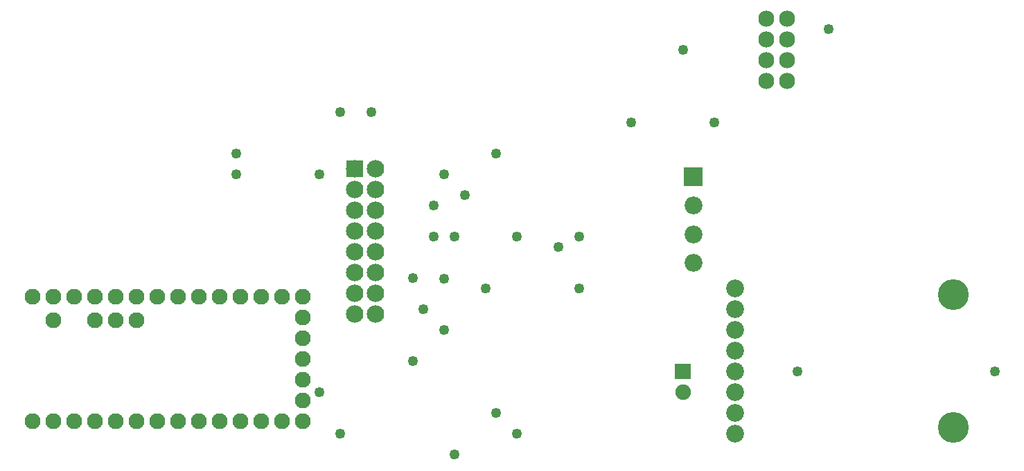
<source format=gbs>
G04 MADE WITH FRITZING*
G04 WWW.FRITZING.ORG*
G04 DOUBLE SIDED*
G04 HOLES PLATED*
G04 CONTOUR ON CENTER OF CONTOUR VECTOR*
%ASAXBY*%
%FSLAX23Y23*%
%MOIN*%
%OFA0B0*%
%SFA1.0B1.0*%
%ADD10C,0.075000*%
%ADD11C,0.049370*%
%ADD12C,0.086139*%
%ADD13C,0.077278*%
%ADD14C,0.084000*%
%ADD15C,0.148425*%
%ADD16C,0.086000*%
%ADD17C,0.076889*%
%ADD18R,0.084000X0.084000*%
%ADD19R,0.001000X0.001000*%
%LNMASK0*%
G90*
G70*
G54D10*
X3190Y1059D03*
X3190Y959D03*
G54D11*
X4690Y1059D03*
X1540Y759D03*
X1890Y1109D03*
X1940Y1359D03*
X2090Y1709D03*
X1990Y1859D03*
X2140Y1909D03*
X2290Y2109D03*
G54D12*
X3240Y1997D03*
X3240Y1859D03*
X3240Y1721D03*
X3240Y1583D03*
G54D11*
X1990Y1709D03*
X2940Y2259D03*
X2690Y1709D03*
X2690Y1459D03*
X3890Y2709D03*
X3190Y2609D03*
X3740Y1059D03*
X1440Y959D03*
X1890Y1509D03*
X2040Y1259D03*
X2240Y1459D03*
X1540Y2309D03*
X2290Y859D03*
X2390Y759D03*
X2390Y1709D03*
X2041Y1508D03*
X1040Y2009D03*
X2590Y1659D03*
X1040Y2109D03*
X2040Y2009D03*
X1690Y2309D03*
X1440Y2009D03*
X3340Y2259D03*
X2090Y659D03*
G54D13*
X3690Y2459D03*
X3690Y2559D03*
X3690Y2659D03*
X3690Y2759D03*
X3590Y2459D03*
X3590Y2559D03*
X3590Y2659D03*
X3590Y2759D03*
X3690Y2459D03*
X3690Y2559D03*
X3690Y2659D03*
X3690Y2759D03*
X3590Y2459D03*
X3590Y2559D03*
X3590Y2659D03*
X3590Y2759D03*
G54D14*
X1709Y2036D03*
X1709Y1936D03*
X1709Y1836D03*
X1709Y1736D03*
X1709Y1636D03*
X1709Y1536D03*
X1709Y1436D03*
X1709Y1336D03*
X1609Y2036D03*
X1609Y1936D03*
X1609Y1836D03*
X1609Y1736D03*
X1609Y1636D03*
X1609Y1536D03*
X1609Y1436D03*
X1609Y1336D03*
G54D15*
X4490Y1429D03*
X4490Y789D03*
G54D16*
X3440Y759D03*
X3440Y859D03*
X3440Y959D03*
X3440Y1059D03*
X3440Y1159D03*
X3440Y1259D03*
X3440Y1359D03*
X3440Y1459D03*
G54D17*
X1359Y1421D03*
X1259Y1421D03*
X1159Y1421D03*
X1059Y1421D03*
X959Y1421D03*
X859Y1421D03*
X759Y1421D03*
X659Y1421D03*
X559Y1421D03*
X459Y1421D03*
X359Y1421D03*
X259Y1421D03*
X159Y1421D03*
X59Y1421D03*
X159Y1307D03*
X459Y1307D03*
X359Y1307D03*
X1359Y821D03*
X1259Y821D03*
X1159Y821D03*
X1059Y821D03*
X959Y821D03*
X859Y821D03*
X759Y821D03*
X659Y821D03*
X559Y821D03*
X459Y821D03*
X359Y821D03*
X259Y821D03*
X159Y821D03*
X59Y821D03*
X559Y1307D03*
X1359Y1021D03*
X1359Y921D03*
X1359Y1121D03*
X1359Y1321D03*
X1359Y1221D03*
G54D18*
X1609Y2036D03*
G54D19*
X3195Y2042D02*
X3284Y2042D01*
X3195Y2041D02*
X3284Y2041D01*
X3195Y2040D02*
X3284Y2040D01*
X3195Y2039D02*
X3284Y2039D01*
X3195Y2038D02*
X3284Y2038D01*
X3195Y2037D02*
X3284Y2037D01*
X3195Y2036D02*
X3284Y2036D01*
X3195Y2035D02*
X3284Y2035D01*
X3195Y2034D02*
X3284Y2034D01*
X3195Y2033D02*
X3284Y2033D01*
X3195Y2032D02*
X3284Y2032D01*
X3195Y2031D02*
X3284Y2031D01*
X3195Y2030D02*
X3284Y2030D01*
X3195Y2029D02*
X3284Y2029D01*
X3195Y2028D02*
X3284Y2028D01*
X3195Y2027D02*
X3284Y2027D01*
X3195Y2026D02*
X3284Y2026D01*
X3195Y2025D02*
X3284Y2025D01*
X3195Y2024D02*
X3284Y2024D01*
X3195Y2023D02*
X3284Y2023D01*
X3195Y2022D02*
X3284Y2022D01*
X3195Y2021D02*
X3284Y2021D01*
X3195Y2020D02*
X3284Y2020D01*
X3195Y2019D02*
X3284Y2019D01*
X3195Y2018D02*
X3284Y2018D01*
X3195Y2017D02*
X3284Y2017D01*
X3195Y2016D02*
X3234Y2016D01*
X3244Y2016D02*
X3284Y2016D01*
X3195Y2015D02*
X3231Y2015D01*
X3247Y2015D02*
X3284Y2015D01*
X3195Y2014D02*
X3229Y2014D01*
X3249Y2014D02*
X3284Y2014D01*
X3195Y2013D02*
X3228Y2013D01*
X3251Y2013D02*
X3284Y2013D01*
X3195Y2012D02*
X3227Y2012D01*
X3252Y2012D02*
X3284Y2012D01*
X3195Y2011D02*
X3226Y2011D01*
X3253Y2011D02*
X3284Y2011D01*
X3195Y2010D02*
X3225Y2010D01*
X3254Y2010D02*
X3284Y2010D01*
X3195Y2009D02*
X3224Y2009D01*
X3255Y2009D02*
X3284Y2009D01*
X3195Y2008D02*
X3223Y2008D01*
X3255Y2008D02*
X3284Y2008D01*
X3195Y2007D02*
X3223Y2007D01*
X3256Y2007D02*
X3284Y2007D01*
X3195Y2006D02*
X3222Y2006D01*
X3256Y2006D02*
X3284Y2006D01*
X3195Y2005D02*
X3221Y2005D01*
X3257Y2005D02*
X3284Y2005D01*
X3195Y2004D02*
X3221Y2004D01*
X3257Y2004D02*
X3284Y2004D01*
X3195Y2003D02*
X3221Y2003D01*
X3258Y2003D02*
X3284Y2003D01*
X3195Y2002D02*
X3221Y2002D01*
X3258Y2002D02*
X3284Y2002D01*
X3195Y2001D02*
X3220Y2001D01*
X3258Y2001D02*
X3284Y2001D01*
X3195Y2000D02*
X3220Y2000D01*
X3258Y2000D02*
X3284Y2000D01*
X3195Y1999D02*
X3220Y1999D01*
X3258Y1999D02*
X3284Y1999D01*
X3195Y1998D02*
X3220Y1998D01*
X3258Y1998D02*
X3284Y1998D01*
X3195Y1997D02*
X3220Y1997D01*
X3258Y1997D02*
X3284Y1997D01*
X3195Y1996D02*
X3220Y1996D01*
X3258Y1996D02*
X3284Y1996D01*
X3195Y1995D02*
X3220Y1995D01*
X3258Y1995D02*
X3284Y1995D01*
X3195Y1994D02*
X3220Y1994D01*
X3258Y1994D02*
X3284Y1994D01*
X3195Y1993D02*
X3221Y1993D01*
X3258Y1993D02*
X3284Y1993D01*
X3195Y1992D02*
X3221Y1992D01*
X3257Y1992D02*
X3284Y1992D01*
X3195Y1991D02*
X3221Y1991D01*
X3257Y1991D02*
X3284Y1991D01*
X3195Y1990D02*
X3222Y1990D01*
X3257Y1990D02*
X3284Y1990D01*
X3195Y1989D02*
X3222Y1989D01*
X3256Y1989D02*
X3284Y1989D01*
X3195Y1988D02*
X3223Y1988D01*
X3256Y1988D02*
X3284Y1988D01*
X3195Y1987D02*
X3224Y1987D01*
X3255Y1987D02*
X3284Y1987D01*
X3195Y1986D02*
X3224Y1986D01*
X3254Y1986D02*
X3284Y1986D01*
X3195Y1985D02*
X3225Y1985D01*
X3253Y1985D02*
X3284Y1985D01*
X3195Y1984D02*
X3226Y1984D01*
X3252Y1984D02*
X3284Y1984D01*
X3195Y1983D02*
X3228Y1983D01*
X3251Y1983D02*
X3284Y1983D01*
X3195Y1982D02*
X3229Y1982D01*
X3250Y1982D02*
X3284Y1982D01*
X3195Y1981D02*
X3231Y1981D01*
X3248Y1981D02*
X3284Y1981D01*
X3195Y1980D02*
X3234Y1980D01*
X3245Y1980D02*
X3284Y1980D01*
X3195Y1979D02*
X3284Y1979D01*
X3195Y1978D02*
X3284Y1978D01*
X3195Y1977D02*
X3284Y1977D01*
X3195Y1976D02*
X3284Y1976D01*
X3195Y1975D02*
X3284Y1975D01*
X3195Y1974D02*
X3284Y1974D01*
X3195Y1973D02*
X3284Y1973D01*
X3195Y1972D02*
X3284Y1972D01*
X3195Y1971D02*
X3284Y1971D01*
X3195Y1970D02*
X3284Y1970D01*
X3195Y1969D02*
X3284Y1969D01*
X3195Y1968D02*
X3284Y1968D01*
X3195Y1967D02*
X3284Y1967D01*
X3195Y1966D02*
X3284Y1966D01*
X3195Y1965D02*
X3284Y1965D01*
X3195Y1964D02*
X3284Y1964D01*
X3195Y1963D02*
X3284Y1963D01*
X3195Y1962D02*
X3284Y1962D01*
X3195Y1961D02*
X3284Y1961D01*
X3195Y1960D02*
X3284Y1960D01*
X3195Y1959D02*
X3284Y1959D01*
X3195Y1958D02*
X3284Y1958D01*
X3195Y1957D02*
X3284Y1957D01*
X3195Y1956D02*
X3284Y1956D01*
X3195Y1955D02*
X3284Y1955D01*
X3195Y1954D02*
X3284Y1954D01*
X3195Y1953D02*
X3283Y1953D01*
X3152Y1097D02*
X3226Y1097D01*
X3152Y1096D02*
X3226Y1096D01*
X3152Y1095D02*
X3226Y1095D01*
X3152Y1094D02*
X3226Y1094D01*
X3152Y1093D02*
X3226Y1093D01*
X3152Y1092D02*
X3226Y1092D01*
X3152Y1091D02*
X3226Y1091D01*
X3152Y1090D02*
X3226Y1090D01*
X3152Y1089D02*
X3226Y1089D01*
X3152Y1088D02*
X3226Y1088D01*
X3152Y1087D02*
X3226Y1087D01*
X3152Y1086D02*
X3226Y1086D01*
X3152Y1085D02*
X3226Y1085D01*
X3152Y1084D02*
X3226Y1084D01*
X3152Y1083D02*
X3226Y1083D01*
X3152Y1082D02*
X3226Y1082D01*
X3152Y1081D02*
X3226Y1081D01*
X3152Y1080D02*
X3226Y1080D01*
X3152Y1079D02*
X3226Y1079D01*
X3152Y1078D02*
X3226Y1078D01*
X3152Y1077D02*
X3226Y1077D01*
X3152Y1076D02*
X3226Y1076D01*
X3152Y1075D02*
X3226Y1075D01*
X3152Y1074D02*
X3226Y1074D01*
X3152Y1073D02*
X3226Y1073D01*
X3152Y1072D02*
X3226Y1072D01*
X3152Y1071D02*
X3226Y1071D01*
X3152Y1070D02*
X3226Y1070D01*
X3152Y1069D02*
X3226Y1069D01*
X3152Y1068D02*
X3185Y1068D01*
X3194Y1068D02*
X3226Y1068D01*
X3152Y1067D02*
X3183Y1067D01*
X3195Y1067D02*
X3226Y1067D01*
X3152Y1066D02*
X3182Y1066D01*
X3196Y1066D02*
X3226Y1066D01*
X3152Y1065D02*
X3181Y1065D01*
X3197Y1065D02*
X3226Y1065D01*
X3152Y1064D02*
X3181Y1064D01*
X3198Y1064D02*
X3226Y1064D01*
X3152Y1063D02*
X3180Y1063D01*
X3198Y1063D02*
X3226Y1063D01*
X3152Y1062D02*
X3180Y1062D01*
X3198Y1062D02*
X3226Y1062D01*
X3152Y1061D02*
X3180Y1061D01*
X3198Y1061D02*
X3226Y1061D01*
X3152Y1060D02*
X3180Y1060D01*
X3199Y1060D02*
X3226Y1060D01*
X3152Y1059D02*
X3180Y1059D01*
X3198Y1059D02*
X3226Y1059D01*
X3152Y1058D02*
X3180Y1058D01*
X3198Y1058D02*
X3226Y1058D01*
X3152Y1057D02*
X3181Y1057D01*
X3198Y1057D02*
X3226Y1057D01*
X3152Y1056D02*
X3181Y1056D01*
X3197Y1056D02*
X3226Y1056D01*
X3152Y1055D02*
X3182Y1055D01*
X3197Y1055D02*
X3226Y1055D01*
X3152Y1054D02*
X3183Y1054D01*
X3196Y1054D02*
X3226Y1054D01*
X3152Y1053D02*
X3184Y1053D01*
X3195Y1053D02*
X3226Y1053D01*
X3152Y1052D02*
X3186Y1052D01*
X3193Y1052D02*
X3226Y1052D01*
X3152Y1051D02*
X3226Y1051D01*
X3152Y1050D02*
X3226Y1050D01*
X3152Y1049D02*
X3226Y1049D01*
X3152Y1048D02*
X3226Y1048D01*
X3152Y1047D02*
X3226Y1047D01*
X3152Y1046D02*
X3226Y1046D01*
X3152Y1045D02*
X3226Y1045D01*
X3152Y1044D02*
X3226Y1044D01*
X3152Y1043D02*
X3226Y1043D01*
X3152Y1042D02*
X3226Y1042D01*
X3152Y1041D02*
X3226Y1041D01*
X3152Y1040D02*
X3226Y1040D01*
X3152Y1039D02*
X3226Y1039D01*
X3152Y1038D02*
X3226Y1038D01*
X3152Y1037D02*
X3226Y1037D01*
X3152Y1036D02*
X3226Y1036D01*
X3152Y1035D02*
X3226Y1035D01*
X3152Y1034D02*
X3226Y1034D01*
X3152Y1033D02*
X3226Y1033D01*
X3152Y1032D02*
X3226Y1032D01*
X3152Y1031D02*
X3226Y1031D01*
X3152Y1030D02*
X3226Y1030D01*
X3152Y1029D02*
X3226Y1029D01*
X3152Y1028D02*
X3226Y1028D01*
X3152Y1027D02*
X3226Y1027D01*
X3152Y1026D02*
X3226Y1026D01*
X3152Y1025D02*
X3226Y1025D01*
X3152Y1024D02*
X3226Y1024D01*
X3152Y1023D02*
X3226Y1023D01*
D02*
G04 End of Mask0*
M02*
</source>
